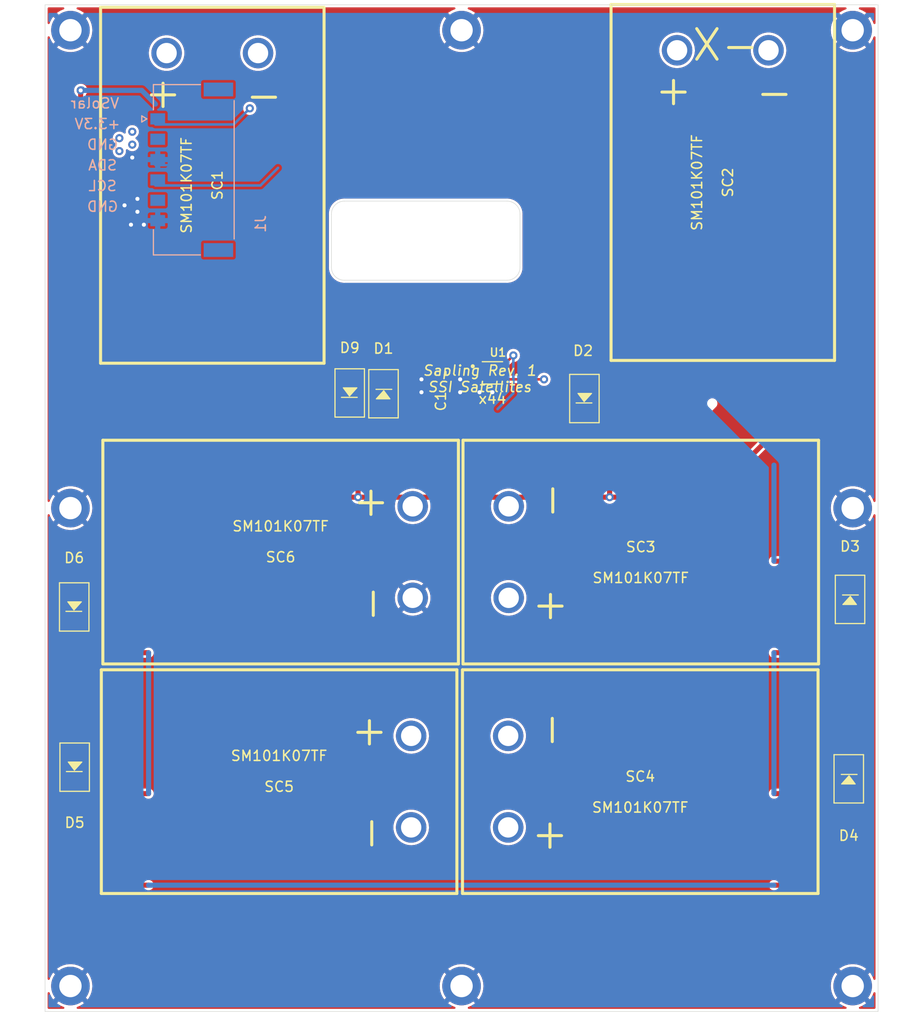
<source format=kicad_pcb>
(kicad_pcb (version 20211014) (generator pcbnew)
  (layers (0 "F.Cu" signal) (31 "B.Cu" signal) (34 "B.Paste" user) (35 "F.Paste" user) (36 "B.SilkS" user "B.Silkscreen") (37 "F.SilkS" user "F.Silkscreen") (38 "B.Mask" user) (39 "F.Mask" user) (44 "Edge.Cuts" user))
  (net 0 "")
  (net 1 "Net-(D1-Pad2)")
  (net 2 "Net-(D1-Pad1)")
  (net 3 "Net-(D2-Pad2)")
  (net 4 "Net-(D3-Pad2)")
  (net 5 "Net-(D4-Pad2)")
  (net 6 "Net-(D5-Pad2)")
  (net 7 "GND")
  (net 8 "+3V3")
  (net 9 "VSOLAR")
  (net 10 "SCL")
  (net 11 "SDA")
  (footprint "sapling:DO-214AC" (layer "F.Cu") (at 143.475 81.9 -90)
    (fp_text reference "D1" (at -4.445 0) (layer "F.SilkS"))
    (fp_text value "CDBA240LL-HF")
    (fp_line (start -2.375 1.45) (end -2.375 -1.45) (layer "F.SilkS") (width 0.12))
    (fp_line (start 2.375 1.45) (end 2.375 -1.45) (layer "F.SilkS") (width 0.12))
    (fp_line (start -0.4318 -0.8128) (end -0.4318 0.7366) (layer "F.SilkS") (width 0.12))
    (fp_line (start -2.375 -1.45) (end 2.375 -1.45) (layer "F.SilkS") (width 0.12))
    (fp_line (start -2.375 1.45) (end 2.375 1.45) (layer "F.SilkS") (width 0.12))
    (fp_poly (pts (xy 0.508 0.7112) (xy -0.3048 -0.0254) (xy 0.508 -0.635)) (layer "F.SilkS") (width 0.1) (fill solid))
    (pad "1" smd rect locked (at -2 0 270) (size 2.5 1.7) (layers "F.Cu" "F.Paste" "F.Mask") (net 2 "Net-(D1-Pad1)"))
    (pad "2" smd rect locked (at 2 0 270) (size 2.5 1.7) (layers "F.Cu" "F.Paste" "F.Mask") (net 1 "Net-(D1-Pad2)"))
  )
  (footprint "sapling:DO-214AC" (layer "F.Cu") (at 163.25 82.375 90)
    (fp_text reference "D2" (at 4.699 -0.127) (layer "F.SilkS"))
    (fp_text value "CDBA240LL-HF")
    (fp_line (start -2.375 1.45) (end 2.375 1.45) (layer "F.SilkS") (width 0.12))
    (fp_line (start 2.375 1.45) (end 2.375 -1.45) (layer "F.SilkS") (width 0.12))
    (fp_line (start -2.375 -1.45) (end 2.375 -1.45) (layer "F.SilkS") (width 0.12))
    (fp_line (start -0.4318 -0.8128) (end -0.4318 0.7366) (layer "F.SilkS") (width 0.12))
    (fp_line (start -2.375 1.45) (end -2.375 -1.45) (layer "F.SilkS") (width 0.12))
    (fp_poly (pts (xy 0.508 0.7112) (xy -0.3048 -0.0254) (xy 0.508 -0.635)) (layer "F.SilkS") (width 0.1) (fill solid))
    (pad "1" smd rect locked (at -2 0 90) (size 2.5 1.7) (layers "F.Cu" "F.Paste" "F.Mask") (net 1 "Net-(D1-Pad2)"))
    (pad "2" smd rect locked (at 2 0 90) (size 2.5 1.7) (layers "F.Cu" "F.Paste" "F.Mask") (net 3 "Net-(D2-Pad2)"))
  )
  (footprint "sapling:DO-214AC" (layer "F.Cu") (at 189.4 102.125 -90)
    (fp_text reference "D3" (at -5.207 0 180) (layer "F.SilkS"))
    (fp_text value "CDBA240LL-HF")
    (fp_line (start -2.375 1.45) (end 2.375 1.45) (layer "F.SilkS") (width 0.12))
    (fp_line (start -2.375 1.45) (end -2.375 -1.45) (layer "F.SilkS") (width 0.12))
    (fp_line (start -0.4318 -0.8128) (end -0.4318 0.7366) (layer "F.SilkS") (width 0.12))
    (fp_line (start -2.375 -1.45) (end 2.375 -1.45) (layer "F.SilkS") (width 0.12))
    (fp_line (start 2.375 1.45) (end 2.375 -1.45) (layer "F.SilkS") (width 0.12))
    (fp_poly (pts (xy 0.508 0.7112) (xy -0.3048 -0.0254) (xy 0.508 -0.635)) (layer "F.SilkS") (width 0.1) (fill solid))
    (pad "1" smd rect locked (at -2 0 270) (size 2.5 1.7) (layers "F.Cu" "F.Paste" "F.Mask") (net 3 "Net-(D2-Pad2)"))
    (pad "2" smd rect locked (at 2 0 270) (size 2.5 1.7) (layers "F.Cu" "F.Paste" "F.Mask") (net 4 "Net-(D3-Pad2)"))
  )
  (footprint "sapling:DO-214AC" (layer "F.Cu") (at 189.275 119.775 -90)
    (fp_text reference "D4" (at 5.588 0 180) (layer "F.SilkS"))
    (fp_text value "CDBA240LL-HF")
    (fp_line (start -2.375 -1.45) (end 2.375 -1.45) (layer "F.SilkS") (width 0.12))
    (fp_line (start -0.4318 -0.8128) (end -0.4318 0.7366) (layer "F.SilkS") (width 0.12))
    (fp_line (start 2.375 1.45) (end 2.375 -1.45) (layer "F.SilkS") (width 0.12))
    (fp_line (start -2.375 1.45) (end -2.375 -1.45) (layer "F.SilkS") (width 0.12))
    (fp_line (start -2.375 1.45) (end 2.375 1.45) (layer "F.SilkS") (width 0.12))
    (fp_poly (pts (xy 0.508 0.7112) (xy -0.3048 -0.0254) (xy 0.508 -0.635)) (layer "F.SilkS") (width 0.1) (fill solid))
    (pad "1" smd rect locked (at -2 0 270) (size 2.5 1.7) (layers "F.Cu" "F.Paste" "F.Mask") (net 4 "Net-(D3-Pad2)"))
    (pad "2" smd rect locked (at 2 0 270) (size 2.5 1.7) (layers "F.Cu" "F.Paste" "F.Mask") (net 5 "Net-(D4-Pad2)"))
  )
  (footprint "sapling:DO-214AC" (layer "F.Cu") (at 113.075 118.625 90)
    (fp_text reference "D5" (at -5.461 0 180) (layer "F.SilkS"))
    (fp_text value "CDBA240LL-HF")
    (fp_line (start -2.375 1.45) (end 2.375 1.45) (layer "F.SilkS") (width 0.12))
    (fp_line (start -2.375 -1.45) (end 2.375 -1.45) (layer "F.SilkS") (width 0.12))
    (fp_line (start 2.375 1.45) (end 2.375 -1.45) (layer "F.SilkS") (width 0.12))
    (fp_line (start -2.375 1.45) (end -2.375 -1.45) (layer "F.SilkS") (width 0.12))
    (fp_line (start -0.4318 -0.8128) (end -0.4318 0.7366) (layer "F.SilkS") (width 0.12))
    (fp_poly (pts (xy 0.508 0.7112) (xy -0.3048 -0.0254) (xy 0.508 -0.635)) (layer "F.SilkS") (width 0.1) (fill solid))
    (pad "1" smd rect locked (at -2 0 90) (size 2.5 1.7) (layers "F.Cu" "F.Paste" "F.Mask") (net 5 "Net-(D4-Pad2)"))
    (pad "2" smd rect locked (at 2 0 90) (size 2.5 1.7) (layers "F.Cu" "F.Paste" "F.Mask") (net 6 "Net-(D5-Pad2)"))
  )
  (footprint "sapling:DO-214AC" (layer "F.Cu") (at 113.03 102.87 90)
    (fp_text reference "D6" (at 4.826 0 180) (layer "F.SilkS"))
    (fp_text value "CDBA240LL-HF")
    (fp_line (start -2.375 -1.45) (end 2.375 -1.45) (layer "F.SilkS") (width 0.12))
    (fp_line (start -0.4318 -0.8128) (end -0.4318 0.7366) (layer "F.SilkS") (width 0.12))
    (fp_line (start 2.375 1.45) (end 2.375 -1.45) (layer "F.SilkS") (width 0.12))
    (fp_line (start -2.375 1.45) (end 2.375 1.45) (layer "F.SilkS") (width 0.12))
    (fp_line (start -2.375 1.45) (end -2.375 -1.45) (layer "F.SilkS") (width 0.12))
    (fp_poly (pts (xy 0.508 0.7112) (xy -0.3048 -0.0254) (xy 0.508 -0.635)) (layer "F.SilkS") (width 0.1) (fill solid))
    (pad "1" smd rect locked (at -2 0 90) (size 2.5 1.7) (layers "F.Cu" "F.Paste" "F.Mask") (net 6 "Net-(D5-Pad2)"))
    (pad "2" smd rect locked (at 2 0 90) (size 2.5 1.7) (layers "F.Cu" "F.Paste" "F.Mask") (net 7 "GND"))
  )
  (footprint "sapling:DO-214AC" (layer "F.Cu") (at 140.15 81.825 90)
    (fp_text reference "D9" (at 4.445 0 180) (layer "F.SilkS"))
    (fp_text value "CDBA240LL-HF")
    (fp_line (start -2.375 1.45) (end -2.375 -1.45) (layer "F.SilkS") (width 0.12))
    (fp_line (start -0.4318 -0.8128) (end -0.4318 0.7366) (layer "F.SilkS") (width 0.12))
    (fp_line (start 2.375 1.45) (end 2.375 -1.45) (layer "F.SilkS") (width 0.12))
    (fp_line (start -2.375 -1.45) (end 2.375 -1.45) (layer "F.SilkS") (width 0.12))
    (fp_line (start -2.375 1.45) (end 2.375 1.45) (layer "F.SilkS") (width 0.12))
    (fp_poly (pts (xy 0.508 0.7112) (xy -0.3048 -0.0254) (xy 0.508 -0.635)) (layer "F.SilkS") (width 0.1) (fill solid))
    (pad "1" smd rect locked (at -2 0 90) (size 2.5 1.7) (layers "F.Cu" "F.Paste" "F.Mask") (net 9 "VSOLAR"))
    (pad "2" smd rect locked (at 2 0 90) (size 2.5 1.7) (layers "F.Cu" "F.Paste" "F.Mask") (net 2 "Net-(D1-Pad1)"))
  )
  (footprint "sapling:SM101K07TF" (layer "F.Cu") (at 126.625 61.4 90)
    (fp_text reference "SC1" (at 0 0.5 90) (layer "F.SilkS"))
    (fp_text value "SM101K07TF" (at 0 -2.54 90) (layer "F.SilkS"))
    (fp_text user "-" (at 8.89 5.08) (layer "F.SilkS") (effects (font (size 3 3) (thickness 0.3))))
    (fp_text user "+" (at 8.89 -5.08 90) (layer "F.SilkS") (effects (font (size 3 3) (thickness 0.3))))
    (fp_line (start 17.5 -11) (end 17.5 11) (layer "F.SilkS") (width 0.3))
    (fp_line (start -17.5 11) (end -17.5 -11) (layer "F.SilkS") (width 0.3))
    (fp_line (start -17.5 -11) (end 17.5 -11) (layer "F.SilkS") (width 0.3))
    (fp_line (start 17.5 11) (end -17.5 11) (layer "F.SilkS") (width 0.3))
    (pad "1" thru_hole circle locked (at 13 -4.5 90) (size 3 3) (drill 2) (layers *.Cu *.Mask) (net 2 "Net-(D1-Pad1)"))
    (pad "2" thru_hole circle locked (at 13 4.5 90) (size 3 3) (drill 2) (layers *.Cu *.Mask) (net 1 "Net-(D1-Pad2)"))
  )
  (footprint "sapling:SM101K07TF" (layer "F.Cu") (at 176.875 61.125 90)
    (fp_text reference "SC2" (at 0 0.5 90) (layer "F.SilkS"))
    (fp_text value "SM101K07TF" (at 0 -2.54 90) (layer "F.SilkS"))
    (fp_text user "-" (at 8.89 5.08) (layer "F.SilkS") (effects (font (size 3 3) (thickness 0.3))))
    (fp_text user "+" (at 8.89 -5.08 90) (layer "F.SilkS") (effects (font (size 3 3) (thickness 0.3))))
    (fp_line (start -17.5 11) (end -17.5 -11) (layer "F.SilkS") (width 0.3))
    (fp_line (start 17.5 -11) (end 17.5 11) (layer "F.SilkS") (width 0.3))
    (fp_line (start -17.5 -11) (end 17.5 -11) (layer "F.SilkS") (width 0.3))
    (fp_line (start 17.5 11) (end -17.5 11) (layer "F.SilkS") (width 0.3))
    (pad "1" thru_hole circle locked (at 13 -4.5 90) (size 3 3) (drill 2) (layers *.Cu *.Mask) (net 1 "Net-(D1-Pad2)"))
    (pad "2" thru_hole circle locked (at 13 4.5 90) (size 3 3) (drill 2) (layers *.Cu *.Mask) (net 3 "Net-(D2-Pad2)"))
  )
  (footprint "sapling:SM101K07TF" (layer "F.Cu") (at 168.8 97.475 180)
    (fp_text reference "SC3" (at 0 0.5) (layer "F.SilkS"))
    (fp_text value "SM101K07TF" (at 0 -2.54) (layer "F.SilkS"))
    (fp_text user "+" (at 8.89 -5.08) (layer "F.SilkS") (effects (font (size 3 3) (thickness 0.3))))
    (fp_text user "-" (at 8.89 5.08 90) (layer "F.SilkS") (effects (font (size 3 3) (thickness 0.3))))
    (fp_line (start 17.5 -11) (end 17.5 11) (layer "F.SilkS") (width 0.3))
    (fp_line (start 17.5 11) (end -17.5 11) (layer "F.SilkS") (width 0.3))
    (fp_line (start -17.5 11) (end -17.5 -11) (layer "F.SilkS") (width 0.3))
    (fp_line (start -17.5 -11) (end 17.5 -11) (layer "F.SilkS") (width 0.3))
    (pad "1" thru_hole circle locked (at 13 -4.5 180) (size 3 3) (drill 2) (layers *.Cu *.Mask) (net 3 "Net-(D2-Pad2)"))
    (pad "2" thru_hole circle locked (at 13 4.5 180) (size 3 3) (drill 2) (layers *.Cu *.Mask) (net 4 "Net-(D3-Pad2)"))
  )
  (footprint "sapling:SM101K07TF" (layer "F.Cu") (at 168.75 120.05 180)
    (fp_text reference "SC4" (at 0 0.5) (layer "F.SilkS"))
    (fp_text value "SM101K07TF" (at 0 -2.54) (layer "F.SilkS"))
    (fp_text user "+" (at 8.89 -5.08) (layer "F.SilkS") (effects (font (size 3 3) (thickness 0.3))))
    (fp_text user "-" (at 8.89 5.08 90) (layer "F.SilkS") (effects (font (size 3 3) (thickness 0.3))))
    (fp_line (start 17.5 11) (end -17.5 11) (layer "F.SilkS") (width 0.3))
    (fp_line (start -17.5 11) (end -17.5 -11) (layer "F.SilkS") (width 0.3))
    (fp_line (start 17.5 -11) (end 17.5 11) (layer "F.SilkS") (width 0.3))
    (fp_line (start -17.5 -11) (end 17.5 -11) (layer "F.SilkS") (width 0.3))
    (pad "1" thru_hole circle locked (at 13 -4.5 180) (size 3 3) (drill 2) (layers *.Cu *.Mask) (net 4 "Net-(D3-Pad2)"))
    (pad "2" thru_hole circle locked (at 13 4.5 180) (size 3 3) (drill 2) (layers *.Cu *.Mask) (net 5 "Net-(D4-Pad2)"))
  )
  (footprint "sapling:SM101K07TF" (layer "F.Cu") (at 133.2 120.05)
    (fp_text reference "SC5" (at 0 0.5) (layer "F.SilkS"))
    (fp_text value "SM101K07TF" (at 0 -2.54) (layer "F.SilkS"))
    (fp_text user "+" (at 8.89 -5.08) (layer "F.SilkS") (effects (font (size 3 3) (thickness 0.3))))
    (fp_text user "-" (at 8.89 5.08 90) (layer "F.SilkS") (effects (font (size 3 3) (thickness 0.3))))
    (fp_line (start -17.5 -11) (end 17.5 -11) (layer "F.SilkS") (width 0.3))
    (fp_line (start 17.5 11) (end -17.5 11) (layer "F.SilkS") (width 0.3))
    (fp_line (start -17.5 11) (end -17.5 -11) (layer "F.SilkS") (width 0.3))
    (fp_line (start 17.5 -11) (end 17.5 11) (layer "F.SilkS") (width 0.3))
    (pad "1" thru_hole circle locked (at 13 -4.5) (size 3 3) (drill 2) (layers *.Cu *.Mask) (net 5 "Net-(D4-Pad2)"))
    (pad "2" thru_hole circle locked (at 13 4.5) (size 3 3) (drill 2) (layers *.Cu *.Mask) (net 6 "Net-(D5-Pad2)"))
  )
  (footprint "sapling:SM101K07TF" (layer "F.Cu") (at 133.35 97.475)
    (fp_text reference "SC6" (at 0 0.5) (layer "F.SilkS"))
    (fp_text value "SM101K07TF" (at 0 -2.54) (layer "F.SilkS"))
    (fp_text user "+" (at 8.89 -5.08) (layer "F.SilkS") (effects (font (size 3 3) (thickness 0.3))))
    (fp_text user "-" (at 8.89 5.08 90) (layer "F.SilkS") (effects (font (size 3 3) (thickness 0.3))))
    (fp_line (start 17.5 11) (end -17.5 11) (layer "F.SilkS") (width 0.3))
    (fp_line (start -17.5 11) (end -17.5 -11) (layer "F.SilkS") (width 0.3))
    (fp_line (start -17.5 -11) (end 17.5 -11) (layer "F.SilkS") (width 0.3))
    (fp_line (start 17.5 -11) (end 17.5 11) (layer "F.SilkS") (width 0.3))
    (pad "1" thru_hole circle locked (at 13 -4.5) (size 3 3) (drill 2) (layers *.Cu *.Mask) (net 6 "Net-(D5-Pad2)"))
    (pad "2" thru_hole circle locked (at 13 4.5) (size 3 3) (drill 2) (layers *.Cu *.Mask) (net 7 "GND"))
  )
  (footprint "Capacitor_SMD:C_0603_1608Metric" (layer "F.Cu") (at 149.1175 79.85 -90)
    (fp_text reference "C1" (at 2.794 0 90) (layer "F.SilkS"))
    (fp_text value "100nF")
    (fp_line (start -0.14058 -0.51) (end 0.14058 -0.51) (layer "F.SilkS") (width 0.12))
    (fp_line (start -0.14058 0.51) (end 0.14058 0.51) (layer "F.SilkS") (width 0.12))
    (pad "1" smd roundrect locked (at -0.775 0 270) (size 0.9 0.95) (layers "F.Cu" "F.Paste" "F.Mask") (net 8 "+3V3"))
    (pad "2" smd roundrect locked (at 0.775 0 270) (size 0.9 0.95) (layers "F.Cu" "F.Paste" "F.Mask") (net 7 "GND"))
  )
  (footprint "sapling:OPT3001" (layer "F.Cu") (at 154.1975 79.85)
    (fp_text reference "U1" (at 0.54 -2.008) (layer "F.SilkS") (effects (font (size 0.8 0.8))))
    (fp_text value "OPT3001DNPT")
    (fp_line (start -1 1.099) (end 1 1.099) (layer "F.SilkS") (width 0.127))
    (fp_line (start -1 -1.099) (end 1 -1.099) (layer "F.SilkS") (width 0.127))
    (fp_circle (center -1.935 -0.65) (end -1.835 -0.65) (layer "F.SilkS") (width 0.2) (fill none))
    (pad "1" smd rect locked (at -0.995 -0.65) (size 0.74 0.27) (layers "F.Cu" "F.Paste" "F.Mask") (net 8 "+3V3"))
    (pad "2" smd rect locked (at -0.995 0) (size 0.74 0.27) (layers "F.Cu" "F.Paste" "F.Mask") (net 7 "GND"))
    (pad "3" smd rect locked (at -0.995 0.65) (size 0.74 0.27) (layers "F.Cu" "F.Paste" "F.Mask") (net 7 "GND"))
    (pad "4" smd rect locked (at 0.995 0.65) (size 0.74 0.27) (layers "F.Cu" "F.Paste" "F.Mask") (net 10 "SCL"))
    (pad "5" smd rect locked (at 0.995 0) (size 0.74 0.27) (layers "F.Cu" "F.Paste" "F.Mask"))
    (pad "6" smd rect locked (at 0.995 -0.65) (size 0.74 0.27) (layers "F.Cu" "F.Paste" "F.Mask") (net 11 "SDA"))
    (pad "7" smd rect locked (at 0 0) (size 0.65 1.35) (layers "F.Cu" "F.Mask") (net 7 "GND"))
  )
  (footprint "MountingHole:MountingHole_2.2mm_M2_DIN965_Pad_TopBottom" (layer "F.Cu") (at 189.66 46.15)
    (fp_text reference "H1")
    (fp_text value "MountingHole_Pad")
    (pad "1" connect circle locked (at 0 0) (size 3.8 3.8) (layers "B.Cu" "B.Mask") (net 7 "GND"))
    (pad "1" connect circle locked (at 0 0) (size 3.8 3.8) (layers "F.Cu" "F.Mask") (net 7 "GND"))
    (pad "1" thru_hole circle locked (at 0 0) (size 2.6 2.6) (drill 2.2) (layers *.Cu *.Mask) (net 7 "GND"))
  )
  (footprint "MountingHole:MountingHole_2.2mm_M2_DIN965_Pad_TopBottom" (layer "F.Cu") (at 151.16 46.15)
    (fp_text reference "H2")
    (fp_text value "MountingHole_Pad")
    (pad "1" thru_hole circle locked (at 0 0) (size 2.6 2.6) (drill 2.2) (layers *.Cu *.Mask) (net 7 "GND"))
    (pad "1" connect circle locked (at 0 0) (size 3.8 3.8) (layers "F.Cu" "F.Mask") (net 7 "GND"))
    (pad "1" connect circle locked (at 0 0) (size 3.8 3.8) (layers "B.Cu" "B.Mask") (net 7 "GND"))
  )
  (footprint "MountingHole:MountingHole_2.2mm_M2_DIN965_Pad_TopBottom" (layer "F.Cu") (at 112.66 46.15)
    (fp_text reference "H3")
    (fp_text value "MountingHole_Pad")
    (pad "1" thru_hole circle locked (at 0 0) (size 2.6 2.6) (drill 2.2) (layers *.Cu *.Mask) (net 7 "GND"))
    (pad "1" connect circle locked (at 0 0) (size 3.8 3.8) (layers "B.Cu" "B.Mask") (net 7 "GND"))
    (pad "1" connect circle locked (at 0 0) (size 3.8 3.8) (layers "F.Cu" "F.Mask") (net 7 "GND"))
  )
  (footprint "MountingHole:MountingHole_2.2mm_M2_DIN965_Pad_TopBottom" (layer "F.Cu") (at 112.66 93.15)
    (fp_text reference "H4")
    (fp_text value "MountingHole_Pad")
    (pad "1" connect circle locked (at 0 0) (size 3.8 3.8) (layers "F.Cu" "F.Mask") (net 7 "GND"))
    (pad "1" thru_hole circle locked (at 0 0) (size 2.6 2.6) (drill 2.2) (layers *.Cu *.Mask) (net 7 "GND"))
    (pad "1" connect circle locked (at 0 0) (size 3.8 3.8) (layers "B.Cu" "B.Mask") (net 7 "GND"))
  )
  (footprint "MountingHole:MountingHole_2.2mm_M2_DIN965_Pad_TopBottom" (layer "F.Cu") (at 112.66 140.15)
    (fp_text reference "H5")
    (fp_text value "MountingHole_Pad")
    (pad "1" connect circle locked (at 0 0) (size 3.8 3.8) (layers "B.Cu" "B.Mask") (net 7 "GND"))
    (pad "1" thru_hole circle locked (at 0 0) (size 2.6 2.6) (drill 2.2) (layers *.Cu *.Mask) (net 7 "GND"))
    (pad "1" connect circle locked (at 0 0) (size 3.8 3.8) (layers "F.Cu" "F.Mask") (net 7 "GND"))
  )
  (footprint "MountingHole:MountingHole_2.2mm_M2_DIN965_Pad_TopBottom" (layer "F.Cu") (at 151.16 140.15)
    (fp_text reference "H6")
    (fp_text value "MountingHole_Pad")
    (pad "1" connect circle locked (at 0 0) (size 3.8 3.8) (layers "B.Cu" "B.Mask") (net 7 "GND"))
    (pad "1" connect circle locked (at 0 0) (size 3.8 3.8) (layers "F.Cu" "F.Mask") (net 7 "GND"))
    (pad "1" thru_hole circle locked (at 0 0) (size 2.6 2.6) (drill 2.2) (layers *.Cu *.Mask) (net 7 "GND"))
  )
  (footprint "MountingHole:MountingHole_2.2mm_M2_DIN965_Pad_TopBottom" (layer "F.Cu") (at 189.66 140.15)
    (fp_text reference "H7")
    (fp_text value "MountingHole_Pad")
    (pad "1" thru_hole circle locked (at 0 0) (size 2.6 2.6) (drill 2.2) (layers *.Cu *.Mask) (net 7 "GND"))
    (pad "1" connect circle locked (at 0 0) (size 3.8 3.8) (layers "B.Cu" "B.Mask") (net 7 "GND"))
    (pad "1" connect circle locked (at 0 0) (size 3.8 3.8) (layers "F.Cu" "F.Mask") (net 7 "GND"))
  )
  (footprint "MountingHole:MountingHole_2.2mm_M2_DIN965_Pad_TopBottom" (layer "F.Cu") (at 189.66 93.15)
    (fp_text reference "H8")
    (fp_text value "MountingHole_Pad")
    (pad "1" connect circle locked (at 0 0) (size 3.8 3.8) (layers "B.Cu" "B.Mask") (net 7 "GND"))
    (pad "1" thru_hole circle locked (at 0 0) (size 2.6 2.6) (drill 2.2) (layers *.Cu *.Mask) (net 7 "GND"))
    (pad "1" connect circle locked (at 0 0) (size 3.8 3.8) (layers "F.Cu" "F.Mask") (net 7 "GND"))
  )
  (footprint "sapling:MOLEX_2053380006" (layer "B.Cu") (at 124.8 59.875 90)
    (fp_text reference "J1" (at -5.325 6.585 90) (layer "B.SilkS") (effects (justify mirror)))
    (fp_text value "Conn_01x06")
    (fp_line (start -8.375 -3.975) (end -8.375 0.65) (layer "B.SilkS") (width 0.127))
    (fp_line (start 4.7 -5.12) (end 5 -4.62) (layer "B.SilkS") (width 0.127))
    (fp_line (start 6.8 3.975) (end -6.8 3.975) (layer "B.SilkS") (width 0.127))
    (fp_line (start 8.375 0.65) (end 8.375 -3.975) (layer "B.SilkS") (width 0.127))
    (fp_line (start 8.375 -3.975) (end 5.9 -3.975) (layer "B.SilkS") (width 0.127))
    (fp_line (start -5.9 -3.975) (end -8.375 -3.975) (layer "B.SilkS") (width 0.127))
    (fp_line (start 5.3 -5.12) (end 4.7 -5.12) (layer "B.SilkS") (width 0.127))
    (fp_line (start 5 -4.62) (end 5.3 -5.12) (layer "B.SilkS") (width 0.127))
    (pad "1" smd rect locked (at 5 -3.55 90) (size 1.1 1.45) (layers "B.Cu" "B.Paste") (net 9 "VSOLAR"))
    (pad "2" smd rect locked (at 3 -3.55 90) (size 1.1 1.45) (layers "B.Cu" "B.Paste") (net 8 "+3V3"))
    (pad "3" smd rect locked (at 1 -3.55 90) (size 1.1 1.45) (layers "B.Cu" "B.Paste") (net 7 "GND"))
    (pad "4" smd rect locked (at -1 -3.55 90) (size 1.1 1.45) (layers "B.Cu" "B.Paste") (net 11 "SDA"))
    (pad "5" smd rect locked (at -3 -3.55 90) (size 1.1 1.45) (layers "B.Cu" "B.Paste") (net 10 "SCL"))
    (pad "6" smd rect locked (at -5 -3.55 90) (size 1.1 1.45) (layers "B.Cu" "B.Paste") (net 7 "GND"))
    (pad "S1" smd rect locked (at 7.895 2.425 90) (size 1.35 2.9) (layers "B.Cu" "B.Paste"))
    (pad "S2" smd rect locked (at -7.895 2.425 90) (size 1.35 2.9) (layers "B.Cu" "B.Paste"))
  )
  (gr_line (start 192.16 43.65) (end 110.16 43.65) (layer "Edge.Cuts") (width 0.05))
  (gr_line (start 138.35 69.47) (end 138.35 64.23) (layer "Edge.Cuts") (width 0.05))
  (gr_line (start 155.64 70.74) (end 139.62 70.74) (layer "Edge.Cuts") (width 0.05))
  (gr_line (start 156.91 64.23) (end 156.91 69.47) (layer "Edge.Cuts") (width 0.05))
  (gr_arc (start 155.64 62.96) (mid 156.538025 63.331974) (end 156.91 64.23) (layer "Edge.Cuts") (width 0.05))
  (gr_arc (start 138.35 64.23) (mid 138.721974 63.331975) (end 139.62 62.96) (layer "Edge.Cuts") (width 0.05))
  (gr_line (start 110.16 43.65) (end 110.16 142.65) (layer "Edge.Cuts") (width 0.05))
  (gr_line (start 139.62 62.96) (end 155.64 62.96) (layer "Edge.Cuts") (width 0.05))
  (gr_line (start 110.16 142.65) (end 192.16 142.65) (layer "Edge.Cuts") (width 0.05))
  (gr_arc (start 156.91 69.47) (mid 156.538026 70.368025) (end 155.64 70.74) (layer "Edge.Cuts") (width 0.05))
  (gr_arc (start 139.62 70.74) (mid 138.721975 70.368026) (end 138.35 69.47) (layer "Edge.Cuts") (width 0.05))
  (gr_line (start 192.16 43.65) (end 192.16 142.65) (layer "Edge.Cuts") (width 0.05))
  (gr_text "GND" (at 115.824 57.404) (layer "B.SilkS") (effects (font (size 1 1)) (justify mirror)))
  (gr_text "SDA" (at 115.824 59.436) (layer "B.SilkS") (effects (font (size 1 1)) (justify mirror)))
  (gr_text "GND" (at 115.824 63.5) (layer "B.SilkS") (effects (font (size 1 1)) (justify mirror)))
  (gr_text "VSolar" (at 115.062 53.34) (layer "B.SilkS") (effects (font (size 1 1)) (justify mirror)))
  (gr_text "+3.3V" (at 115.316 55.372) (layer "B.SilkS") (effects (font (size 1 1)) (justify mirror)))
  (gr_text "SCL" (at 115.824 61.468) (layer "B.SilkS") (effects (font (size 1 1)) (justify mirror)))
  (gr_text "Sapling Rev. 1\nSSI Satellites" (at 152.9555 80.428) (layer "F.SilkS") (effects (font (size 1 1) (thickness 0.15) italic)))
  (gr_text "X-" (at 177.165 47.625) (layer "F.SilkS") (effects (font (size 3 3) (thickness 0.3))))
  (gr_text "x44" (at 154.1975 82.39) (layer "F.SilkS") (effects (font (size 1 1))))
  (segment (start 140.97 92.075) (end 140.97 92.075) (width 0.5) (layer "F.Cu") (net 1))
  (segment (start 175.755 91.935) (end 184.84 82.85) (width 0.5) (layer "F.Cu") (net 1))
  (segment (start 165.735 92.075) (end 165.735 92.075) (width 0.5) (layer "F.Cu") (net 1))
  (segment (start 165.735 87.725) (end 165.735 92.075) (width 0.5) (layer "F.Cu") (net 1))
  (segment (start 126.645 92.075) (end 140.97 92.075) (width 0.5) (layer "F.Cu") (net 1))
  (segment (start 140.97 87.725) (end 140.97 92.075) (width 0.5) (layer "F.Cu") (net 1))
  (segment (start 117.42 82.85) (end 126.645 92.075) (width 0.5) (layer "F.Cu") (net 1))
  (segment (start 175.615 92.075) (end 175.755 91.935) (width 0.5) (layer "F.Cu") (net 1))
  (segment (start 140.97 92.075) (end 165.735 92.075) (width 0.5) (layer "F.Cu") (net 1))
  (segment (start 165.735 92.075) (end 175.615 92.075) (width 0.5) (layer "F.Cu") (net 1))
  (via (at 165.735 92.075) (size 0.8) (drill 0.4) (layers "F.Cu" "B.Cu") (net 1))
  (via (at 140.97 92.075) (size 0.8) (drill 0.4) (layers "F.Cu" "B.Cu") (net 1))
  (via (at 118.745 57.404) (size 0.8) (drill 0.4) (layers "F.Cu" "B.Cu") (net 2))
  (via (at 117.475 56.769) (size 0.8) (drill 0.4) (layers "F.Cu" "B.Cu") (net 2))
  (via (at 118.745 56.134) (size 0.8) (drill 0.4) (layers "F.Cu" "B.Cu") (net 2))
  (via (at 117.475 58.039) (size 0.8) (drill 0.4) (layers "F.Cu" "B.Cu") (net 2))
  (segment (start 181.91 98.37) (end 186.095 98.37) (width 0.5) (layer "F.Cu") (net 3))
  (segment (start 186.095 98.37) (end 189.23 101.505) (width 0.5) (layer "F.Cu") (net 3))
  (segment (start 181.91 98.37) (end 181.91 88.92) (width 0.5) (layer "B.Cu") (net 3))
  (segment (start 181.91 107.37) (end 187.365 107.37) (width 0.5) (layer "F.Cu") (net 4))
  (segment (start 187.365 107.37) (end 189.23 105.505) (width 0.5) (layer "F.Cu") (net 4))
  (segment (start 181.91 121.23) (end 186.73 121.23) (width 0.5) (layer "F.Cu") (net 4))
  (segment (start 186.73 121.23) (end 189.23 123.73) (width 0.5) (layer "F.Cu") (net 4))
  (segment (start 120.35 130.23) (end 181.91 130.23) (width 0.5) (layer "B.Cu") (net 4))
  (segment (start 181.91 121.23) (end 181.91 107.37) (width 0.5) (layer "B.Cu") (net 4))
  (segment (start 120.35 130.23) (end 116.165 130.23) (width 0.5) (layer "F.Cu") (net 5))
  (segment (start 186.73 130.23) (end 189.23 127.73) (width 0.5) (layer "F.Cu") (net 5))
  (segment (start 116.165 130.23) (end 113.03 127.095) (width 0.5) (layer "F.Cu") (net 5))
  (segment (start 181.91 130.23) (end 186.73 130.23) (width 0.5) (layer "F.Cu") (net 5))
  (segment (start 114.895 121.23) (end 113.03 123.095) (width 0.5) (layer "F.Cu") (net 6))
  (segment (start 120.35 121.23) (end 114.895 121.23) (width 0.5) (layer "F.Cu") (net 6))
  (segment (start 115.53 107.37) (end 113.03 104.87) (width 0.5) (layer "F.Cu") (net 6))
  (segment (start 120.35 107.37) (end 115.53 107.37) (width 0.5) (layer "F.Cu") (net 6))
  (segment (start 120.35 121.23) (end 120.35 107.37) (width 0.5) (layer "B.Cu") (net 6))
  (segment (start 153.2025 79.85) (end 153.2025 80.5) (width 0.25) (layer "F.Cu") (net 7))
  (via (at 119.253 64.008) (size 0.8) (drill 0.4) (layers "F.Cu" "B.Cu") (net 7))
  (via (at 118.745 58.674) (size 0.8) (drill 0.4) (layers "F.Cu" "B.Cu") (net 7))
  (via (at 151.0225 81.755) (size 0.8) (drill 0.4) (layers "F.Cu" "B.Cu") (net 7))
  (via (at 119.253 62.738) (size 0.8) (drill 0.4) (layers "F.Cu" "B.Cu") (net 7))
  (via (at 147.2125 80.485) (size 0.8) (drill 0.4) (layers "F.Cu" "B.Cu") (net 7))
  (via (at 118.618 65.278) (size 0.8) (drill 0.4) (layers "F.Cu" "B.Cu") (net 7))
  (via (at 117.983 63.373) (size 0.8) (drill 0.4) (layers "F.Cu" "B.Cu") (net 7))
  (via (at 147.2125 81.755) (size 0.8) (drill 0.4) (layers "F.Cu" "B.Cu") (net 7))
  (via (at 152.9275 81.755) (size 0.8) (drill 0.4) (layers "F.Cu" "B.Cu") (net 7))
  (via (at 119.888 65.278) (size 0.8) (drill 0.4) (layers "F.Cu" "B.Cu") (net 7))
  (via (at 154.1975 81.755) (size 0.8) (drill 0.4) (layers "F.Cu" "B.Cu") (net 7))
  (via (at 151.0225 80.485) (size 0.8) (drill 0.4) (layers "F.Cu" "B.Cu") (net 7))
  (segment (start 131.08 59.42) (end 132.334 58.166) (width 0.25) (layer "B.Cu") (net 7))
  (segment (start 121.025 59.42) (end 131.08 59.42) (width 0.25) (layer "B.Cu") (net 7))
  (segment (start 132.334 58.166) (end 151.638 58.166) (width 0.25) (layer "B.Cu") (net 7))
  (segment (start 149.2425 79.2) (end 149.1175 79.075) (width 0.25) (layer "F.Cu") (net 8))
  (segment (start 153.2025 79.2) (end 149.2425 79.2) (width 0.25) (layer "F.Cu") (net 8))
  (segment (start 113.665 52.07) (end 113.665 52.07) (width 0.5) (layer "F.Cu") (net 9))
  (segment (start 130.315 53.835) (end 130.315 53.835) (width 0.25) (layer "F.Cu") (net 9))
  (segment (start 127.295 83.725) (end 126.42 82.85) (width 0.5) (layer "F.Cu") (net 9))
  (segment (start 127.095 87.725) (end 113.665 74.295) (width 0.5) (layer "F.Cu") (net 9))
  (segment (start 113.665 74.295) (end 113.665 52.07) (width 0.5) (layer "F.Cu") (net 9))
  (segment (start 136.525 87.725) (end 127.095 87.725) (width 0.5) (layer "F.Cu") (net 9))
  (segment (start 136.525 83.725) (end 127.295 83.725) (width 0.5) (layer "F.Cu") (net 9))
  (segment (start 140.97 83.725) (end 136.525 83.725) (width 0.5) (layer "F.Cu") (net 9))
  (via (at 113.665 52.07) (size 0.8) (drill 0.4) (layers "F.Cu" "B.Cu") (net 9))
  (via (at 130.315 53.835) (size 0.8) (drill 0.4) (layers "F.Cu" "B.Cu") (net 9))
  (segment (start 119.675 52.07) (end 121.025 53.42) (width 0.5) (layer "B.Cu") (net 9))
  (segment (start 128.73 55.42) (end 130.315 53.835) (width 0.25) (layer "B.Cu") (net 9))
  (segment (start 121.025 55.42) (end 128.73 55.42) (width 0.25) (layer "B.Cu") (net 9))
  (segment (start 130.225 53.925) (end 130.315 53.835) (width 0.25) (layer "B.Cu") (net 9))
  (segment (start 113.665 52.07) (end 119.675 52.07) (width 0.5) (layer "B.Cu") (net 9))
  (segment (start 113.81 51.925) (end 113.665 52.07) (width 0.5) (layer "B.Cu") (net 9))
  (segment (start 159.2775 80.485) (end 155.2075 80.485) (width 0.25) (layer "F.Cu") (net 10))
  (segment (start 155.2075 80.485) (end 155.1925 80.5) (width 0.25) (layer "F.Cu") (net 10))
  (segment (start 159.4675 80.485) (end 159.2775 80.485) (width 0.25) (layer "F.Cu") (net 10))
  (via (at 159.2775 80.485) (size 0.8) (drill 0.4) (layers "F.Cu" "B.Cu") (net 10))
  (segment (start 156.2575 78.135) (end 156.2575 78.135) (width 0.25) (layer "F.Cu") (net 11))
  (segment (start 156.2575 78.135) (end 155.1925 79.2) (width 0.25) (layer "F.Cu") (net 11))
  (via (at 156.2575 78.135) (size 0.8) (drill 0.4) (layers "F.Cu" "B.Cu") (net 11))
  (segment (start 156.2575 81.854) (end 156.2575 78.135) (width 0.25) (layer "B.Cu") (net 11))
  (segment (start 154.7055 83.406) (end 156.2575 81.854) (width 0.25) (layer "B.Cu") (net 11))
  (segment (start 121.025 61.42) (end 131.366 61.42) (width 0.25) (layer "B.Cu") (net 11))
  (segment (start 131.366 61.42) (end 133.096 59.69) (width 0.25) (layer "B.Cu") (net 11))
  (zone (net 7) (net_name "GND") (layer "F.Cu") (connect_pads (clearance 0.254)) (min_thickness 0.2032) (fill yes (thermal_gap 0.254) (thermal_bridge_width 0.508))
    (polygon (pts (xy 192.405 142.875) (xy 109.855 142.875) (xy 109.855 43.18) (xy 192.405 43.18)))
  )
  (zone (net 7) (net_name "GND") (layer "B.Cu") (connect_pads (clearance 0.254)) (min_thickness 0.2032) (fill yes (thermal_gap 0.254) (thermal_bridge_width 0.508))
    (polygon (pts (xy 191.77 142.24) (xy 110.49 142.24) (xy 110.49 44.45) (xy 191.77 44.45)))
  )
)
</source>
